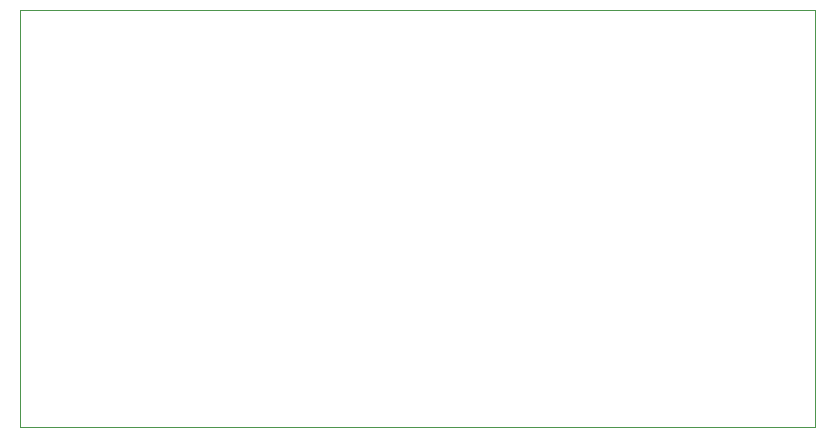
<source format=gko>
G75*
%MOIN*%
%OFA0B0*%
%FSLAX25Y25*%
%IPPOS*%
%LPD*%
%AMOC8*
5,1,8,0,0,1.08239X$1,22.5*
%
%ADD10C,0.00000*%
D10*
X0038506Y0001800D02*
X0038506Y0140501D01*
X0303428Y0140501D01*
X0303428Y0001800D01*
X0038506Y0001800D01*
X0038506Y0059800D02*
X0038506Y0103800D01*
X0303506Y0103800D02*
X0303506Y0059800D01*
M02*

</source>
